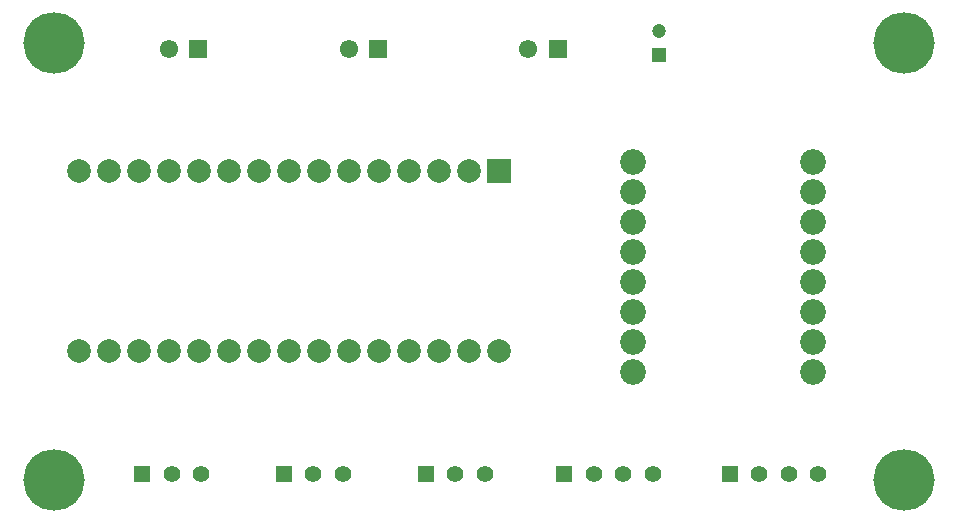
<source format=gbs>
G04*
G04 #@! TF.GenerationSoftware,Altium Limited,Altium Designer,25.0.2 (28)*
G04*
G04 Layer_Color=16711935*
%FSLAX44Y44*%
%MOMM*%
G71*
G04*
G04 #@! TF.SameCoordinates,BCD89E3A-21B1-4274-9852-F660C0645C88*
G04*
G04*
G04 #@! TF.FilePolarity,Negative*
G04*
G01*
G75*
%ADD15C,2.1832*%
%ADD16R,1.5500X1.5500*%
%ADD17C,1.5500*%
%ADD18R,2.0032X2.0032*%
%ADD19C,2.0032*%
%ADD20C,1.2000*%
%ADD21R,1.2000X1.2000*%
%ADD22C,5.2032*%
%ADD23R,1.4000X1.4000*%
%ADD24C,1.4000*%
D15*
X530800Y309050D02*
D03*
Y283650D02*
D03*
Y258250D02*
D03*
Y232850D02*
D03*
Y207450D02*
D03*
Y182050D02*
D03*
Y156650D02*
D03*
Y131250D02*
D03*
X683200D02*
D03*
Y156650D02*
D03*
Y182050D02*
D03*
Y207450D02*
D03*
Y232850D02*
D03*
Y258250D02*
D03*
Y283650D02*
D03*
Y309050D02*
D03*
D16*
X162500Y404750D02*
D03*
X314750D02*
D03*
X467000D02*
D03*
D17*
X137500D02*
D03*
X289750D02*
D03*
X442000D02*
D03*
D18*
X416800Y301200D02*
D03*
D19*
X391400D02*
D03*
X366000D02*
D03*
X340600D02*
D03*
X315200D02*
D03*
X289800D02*
D03*
X264400D02*
D03*
X239000D02*
D03*
X213600D02*
D03*
X188200D02*
D03*
X162800D02*
D03*
X137400D02*
D03*
X112000D02*
D03*
X86600D02*
D03*
X61200D02*
D03*
Y148800D02*
D03*
X86600D02*
D03*
X112000D02*
D03*
X137400D02*
D03*
X162800D02*
D03*
X188200D02*
D03*
X213600D02*
D03*
X239000D02*
D03*
X264400D02*
D03*
X289800D02*
D03*
X315200D02*
D03*
X340600D02*
D03*
X366000D02*
D03*
X391400D02*
D03*
X416800D02*
D03*
D20*
X553000Y420000D02*
D03*
D21*
Y400000D02*
D03*
D22*
X40000Y40000D02*
D03*
X760000D02*
D03*
Y410000D02*
D03*
X40000D02*
D03*
D23*
X612500Y45250D02*
D03*
X472500D02*
D03*
X355000D02*
D03*
X235000D02*
D03*
X115000D02*
D03*
D24*
X637500D02*
D03*
X662500D02*
D03*
X687500D02*
D03*
X497500D02*
D03*
X522500D02*
D03*
X547500D02*
D03*
X405000D02*
D03*
X380000D02*
D03*
X285000D02*
D03*
X260000D02*
D03*
X165000D02*
D03*
X140000D02*
D03*
M02*

</source>
